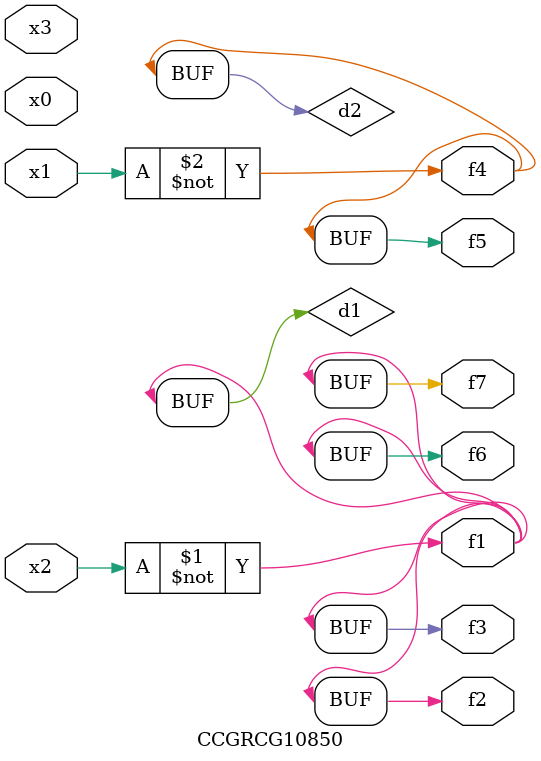
<source format=v>
module CCGRCG10850(
	input x0, x1, x2, x3,
	output f1, f2, f3, f4, f5, f6, f7
);

	wire d1, d2;

	xnor (d1, x2);
	not (d2, x1);
	assign f1 = d1;
	assign f2 = d1;
	assign f3 = d1;
	assign f4 = d2;
	assign f5 = d2;
	assign f6 = d1;
	assign f7 = d1;
endmodule

</source>
